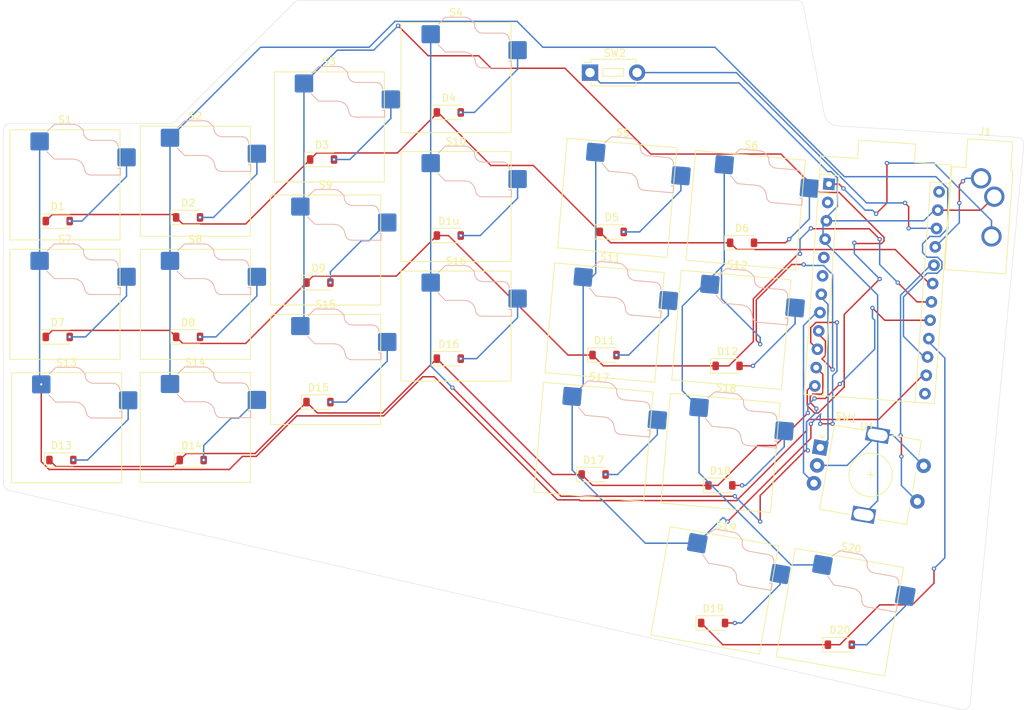
<source format=kicad_pcb>
(kicad_pcb (version 20241229) (generator "pcbnew") (generator_version "9.0")
  (layers (0 "F.Cu" signal) (2 "B.Cu" signal) (13 "F.Paste" user) (15 "B.Paste" user) (5 "F.SilkS" user "F.Silkscreen") (7 "B.SilkS" user "B.Silkscreen") (1 "F.Mask" user) (3 "B.Mask" user) (25 "Edge.Cuts" user))
  (net 0 "")
  (net 1 "0 Row")
  (net 2 "Net-(D1-A)")
  (net 3 "Net-(D2-A)")
  (net 4 "Net-(D3-A)")
  (net 5 "Net-(D4-A)")
  (net 6 "Net-(D5-A)")
  (net 7 "Net-(D6-A)")
  (net 8 "1 Row")
  (net 9 "Net-(D7-A)")
  (net 10 "Net-(D8-A)")
  (net 11 "Net-(D9-A)")
  (net 12 "Net-(D10-A)")
  (net 13 "Net-(D11-A)")
  (net 14 "Net-(D12-A)")
  (net 15 "Net-(D13-A)")
  (net 16 "2 Row")
  (net 17 "Net-(D14-A)")
  (net 18 "Net-(D15-A)")
  (net 19 "Net-(D16-A)")
  (net 20 "Net-(D17-A)")
  (net 21 "Net-(D18-A)")
  (net 22 "3 Row")
  (net 23 "Net-(D19-A)")
  (net 24 "Net-(D20-A)")
  (net 25 "0 Column")
  (net 26 "1 Column")
  (net 27 "2 Column")
  (net 28 "3 Column")
  (net 29 "4 Column")
  (net 30 "5 Column")
  (net 31 "GND")
  (net 32 "Net-(U1-5{slash}PC6)")
  (net 33 "Net-(U1-A3{slash}PF4)")
  (net 34 "Net-(U1-4{slash}PD4)")
  (net 35 "RST")
  (net 36 "VCC")
  (net 42 "Serial")
  (footprint "Diode_SMD:D_SOD-123" (layer "F.Cu") (at 230 82)
    (property "Reference" "D5")
    (property "Value" "~")
  )
  (footprint "Diode_SMD:D_SOD-123" (layer "F.Cu") (at 207.5 82.5)
    (property "Reference" "D10")
    (property "Value" "~")
  )
  (footprint "ScottoKeebs_Hotswap:Hotswap_Choc_V1" (layer "F.Cu") (at 246.520929 95.520643 -5)
    (property "Reference" "S12")
    (property "Value" "~")
  )
  (footprint "Diode_SMD:D_SOD-123" (layer "F.Cu") (at 153.5 96.5)
    (property "Reference" "D7")
    (property "Value" "~")
  )
  (footprint "Diode_SMD:D_SOD-123" (layer "F.Cu") (at 207.5 99.5)
    (property "Reference" "D16")
    (property "Value" "~")
  )
  (footprint "ScottoKeebs_Hotswap:Hotswap_Choc_V1" (layer "F.Cu") (at 261.5 134.5 -10)
    (property "Reference" "S20")
    (property "Value" "~")
  )
  (footprint "Diode_SMD:D_SOD-123" (layer "F.Cu") (at 190 72)
    (property "Reference" "D3")
    (property "Value" "~")
  )
  (footprint "Diode_SMD:D_SOD-123" (layer "F.Cu") (at 248 83.5)
    (property "Reference" "D6")
    (property "Value" "~")
  )
  (footprint "Diode_SMD:D_SOD-123" (layer "F.Cu") (at 189.5 105.5)
    (property "Reference" "D15")
    (property "Value" "~")
  )
  (footprint "ScottoKeebs_Hotswap:Hotswap_Choc_V1" (layer "F.Cu") (at 227.5 111 -5)
    (property "Reference" "S17")
    (property "Value" "~")
  )
  (footprint "ScottoKeebs_Hotswap:Hotswap_Choc_V1" (layer "F.Cu") (at 208.5 78.5)
    (property "Reference" "S10")
    (property "Value" "~")
  )
  (footprint "Diode_SMD:D_SOD-123" (layer "F.Cu") (at 229 99)
    (property "Reference" "D11")
    (property "Value" "~")
  )
  (footprint "Diode_SMD:D_SOD-123" (layer "F.Cu") (at 245 117)
    (property "Reference" "D18")
    (property "Value" "~")
  )
  (footprint "ScottoKeebs_Hotswap:Hotswap_Choc_V1" (layer "F.Cu") (at 230.756039 77.287206 -5)
    (property "Reference" "S5")
    (property "Value" "~")
  )
  (footprint "ScottoKeebs_Hotswap:Hotswap_Choc_V1" (layer "F.Cu") (at 154.5 75.5)
    (property "Reference" "S1")
    (property "Value" "~")
  )
  (footprint "Diode_SMD:D_SOD-123" (layer "F.Cu") (at 171.5 96.5)
    (property "Reference" "D8")
    (property "Value" "~")
  )
  (footprint "Diode_SMD:D_SOD-123" (layer "F.Cu") (at 172 113.5)
    (property "Reference" "D14")
    (property "Value" "~")
  )
  (footprint "ScottoKeebs_Hotswap:Hotswap_Choc_V1" (layer "F.Cu") (at 229.020929 94.520643 -5)
    (property "Reference" "S11")
    (property "Value" "~")
  )
  (footprint "ScottoKeebs_Hotswap:Hotswap_Choc_V1" (layer "F.Cu") (at 244.222637 131.5 -10)
    (property "Reference" "S19")
    (property "Value" "~")
  )
  (footprint "Arduino:Sparkfun_Pro_Micro" (layer "F.Cu") (at 273.253881 104.33359 176)
    (property "Reference" "U1")
    (property "Value" "Arduino_Pro_Micro")
  )
  (footprint "Diode_SMD:D_SOD-123" (layer "F.Cu") (at 154 113.5)
    (property "Reference" "D13")
    (property "Value" "~")
  )
  (footprint "ScottoKeebs_Hotswap:Hotswap_Choc_V1" (layer "F.Cu") (at 172.5 92)
    (property "Reference" "S8")
    (property "Value" "~")
  )
  (footprint "Diode_SMD:D_SOD-123" (layer "F.Cu") (at 261.5 139)
    (property "Reference" "D20")
    (property "Value" "~")
  )
  (footprint "ScottoKeebs_Hotswap:Hotswap_Choc_V1" (layer "F.Cu") (at 208.5 60.7)
    (property "Reference" "S4")
    (property "Value" "~")
  )
  (footprint "ScottoKeebs_Components:Button_MJTP1243" (layer "F.Cu") (at 227 60)
    (property "Reference" "SW2")
    (property "Value" "Switch")
  )
  (footprint "Diode_SMD:D_SOD-123" (layer "F.Cu") (at 171.5 80)
    (property "Reference" "D2")
    (property "Value" "~")
  )
  (footprint "ScottoKeebs_Hotswap:Hotswap_Choc_V1" (layer "F.Cu") (at 248.5 79 -5)
    (property "Reference" "S6")
    (property "Value" "~")
  )
  (footprint "Diode_SMD:D_SOD-123" (layer "F.Cu") (at 207.5 65.5)
    (property "Reference" "D4")
    (property "Value" "~")
  )
  (footprint "Diode_SMD:D_SOD-123" (layer "F.Cu") (at 227.5 115.5)
    (property "Reference" "D17")
    (property "Value" "~")
  )
  (footprint "Diode_SMD:D_SOD-123" (layer "F.Cu") (at 189.5 89)
    (property "Reference" "D9")
    (property "Value" "~")
  )
  (footprint "ScottoKeebs_Hotswap:Hotswap_Choc_V1" (layer "F.Cu") (at 154.725 109.05)
    (property "Reference" "S13")
    (property "Value" "~")
  )
  (footprint "Diode_SMD:D_SOD-123" (layer "F.Cu") (at 153.5 80.5)
    (property "Reference" "D1")
    (property "Value" "~")
  )
  (footprint "ScottoKeebs_Hotswap:Hotswap_Choc_V1" (layer "F.Cu") (at 190.5 101)
    (property "Reference" "S15")
    (property "Value" "~")
  )
  (footprint "ScottoKeebs_Hotswap:Hotswap_Choc_V1" (layer "F.Cu") (at 191 67.5)
    (property "Reference" "S3")
    (property "Value" "~")
  )
  (footprint "Connector_Audio:Jack_3.5mm_CUI_SJ1-3533NG_Horizontal_CircularHoles" (layer "F.Cu") (at 281 74.6 -4)
    (property "Reference" "J1")
    (property "Value" "AudioJack3")
  )
  (footprint "ScottoKeebs_Hotswap:Hotswap_Choc_V1" (layer "F.Cu") (at 190.5 84.5)
    (property "Reference" "S9")
    (property "Value" "~")
  )
  (footprint "Diode_SMD:D_SOD-123" (layer "F.Cu") (at 246 100.5)
    (property "Reference" "D12")
    (property "Value" "~")
  )
  (footprint "ScottoKeebs_Hotswap:Hotswap_Choc_V1" (layer "F.Cu") (at 154.5 92)
    (property "Reference" "S7")
    (property "Value" "~")
  )
  (footprint "Diode_SMD:D_SOD-123" (layer "F.Cu") (at 244 136)
    (property "Reference" "D19")
    (property "Value" "~")
  )
  (footprint "ScottoKeebs_Hotswap:Hotswap_Choc_V1" (layer "F.Cu") (at 172.5 109)
    (property "Reference" "S14")
    (property "Value" "~")
  )
  (footprint "ScottoKeebs_Hotswap:Hotswap_Choc_V1" (layer "F.Cu") (at 172.5 75)
    (property "Reference" "S2")
    (property "Value" "~")
  )
  (footprint "Rotary_Encoder:RotaryEncoder_Alps_EC11E-Switch_Vertical_H20mm" (layer "F.Cu") (at 258.794265 111.779031 -10)
    (property "Reference" "SW1")
    (property "Value" "RotaryEncoder_Switch_MP")
  )
  (footprint "ScottoKeebs_Hotswap:Hotswap_Choc_V1" (layer "F.Cu") (at 208.5 95)
    (property "Reference" "S16")
    (property "Value" "~")
  )
  (footprint "ScottoKeebs_Hotswap:Hotswap_Choc_V1" (layer "F.Cu") (at 245.020929 112.520643 -5)
    (property "Reference" "S18")
    (property "Value" "~")
  )
  (gr_arc (start 146.767348 117.683562) (mid 146.214936 117.330416) (end 146 116.711002) (stroke (width 0.05)) (layer "Edge.Cuts"))
  (gr_line (start 186.914214 50) (end 255.5 50) (stroke (width 0.05)) (layer "Edge.Cuts"))
  (gr_arc (start 255.5 50) (mid 256.207107 50.292893) (end 256.5 51) (stroke (width 0.05)) (layer "Edge.Cuts"))
  (gr_line (start 146.767348 117.683562) (end 278.27128 147.971037) (stroke (width 0.05)) (layer "Edge.Cuts"))
  (gr_line (start 147 67) (end 169.085786 67) (stroke (width 0.05)) (layer "Edge.Cuts"))
  (gr_line (start 286.901175 70.027782) (end 279.491129 147.092261) (stroke (width 0.05)) (layer "Edge.Cuts"))
  (gr_arc (start 285.969582 68.934109) (mid 286.667062 69.283614) (end 286.901175 70.027782) (stroke (width 0.05)) (layer "Edge.Cuts"))
  (gr_arc (start 146 68) (mid 146.292893 67.292893) (end 147 67) (stroke (width 0.05)) (layer "Edge.Cuts"))
  (gr_line (start 261.191812 67.349663) (end 285.969582 68.934109) (stroke (width 0.05)) (layer "Edge.Cuts"))
  (gr_arc (start 279.491129 147.092261) (mid 279.08025 147.807976) (end 278.27128 147.971037) (stroke (width 0.05)) (layer "Edge.Cuts"))
  (gr_line (start 169.792893 66.707107) (end 186.207107 50.292893) (stroke (width 0.05)) (layer "Edge.Cuts"))
  (gr_arc (start 261.191812 67.349663) (mid 259.998239 66.85526) (end 259.355988 65.734321) (stroke (width 0.05)) (layer "Edge.Cuts"))
  (gr_arc (start 186.207107 50.292893) (mid 186.531531 50.076125) (end 186.914214 50) (stroke (width 0.05)) (layer "Edge.Cuts"))
  (gr_line (start 256.5 51) (end 259.355988 65.734321) (stroke (width 0.05)) (layer "Edge.Cuts"))
  (gr_arc (start 169.792893 66.707107) (mid 169.46847 66.92388) (end 169.085786 67) (stroke (width 0.05)) (layer "Edge.Cuts"))
  (gr_line (start 146 116.711002) (end 146 68) (stroke (width 0.05)) (layer "Edge.Cuts"))
  (segment (start 200.401 71.099) (end 189.251 71.099) (width 0.2) (layer "F.Cu") (net 1))
  (segment (start 229.85 83.5) (end 228.35 82) (width 0.2) (layer "F.Cu") (net 1))
  (segment (start 152.751 79.599) (end 151.85 80.5) (width 0.2) (layer "F.Cu") (net 1))
  (segment (start 169.85 80) (end 169.449 79.599) (width 0.2) (layer "F.Cu") (net 1))
  (segment (start 269.150612 84.432812) (end 273.848514 89.130714) (width 0.2) (layer "F.Cu") (net 1))
  (segment (start 179.449 80.901) (end 170.751 80.901) (width 0.2) (layer "F.Cu") (net 1))
  (segment (start 213.324 72.824) (end 206 65.5) (width 0.2) (layer "F.Cu") (net 1))
  (segment (start 219.174 72.824) (end 213.324 72.824) (width 0.2) (layer "F.Cu") (net 1))
  (segment (start 246.35 83.5) (end 247.282812 84.432812) (width 0.2) (layer "F.Cu") (net 1))
  (segment (start 189.251 71.099) (end 188.35 72) (width 0.2) (layer "F.Cu") (net 1))
  (segment (start 170.751 80.901) (end 169.85 80) (width 0.2) (layer "F.Cu") (net 1))
  (segment (start 246.35 83.5) (end 229.85 83.5) (width 0.2) (layer "F.Cu") (net 1))
  (segment (start 247.282812 84.432812) (end 269.150612 84.432812) (width 0.2) (layer "F.Cu") (net 1))
  (segment (start 169.449 79.599) (end 152.751 79.599) (width 0.2) (layer "F.Cu") (net 1))
  (segment (start 228.35 82) (end 219.174 72.824) (width 0.2) (layer "F.Cu") (net 1))
  (segment (start 188.35 72) (end 179.449 80.901) (width 0.2) (layer "F.Cu") (net 1))
  (segment (start 206 65.5) (end 200.401 71.099) (width 0.2) (layer "F.Cu") (net 1))
  (via (at 155.15 80.5) (size 0.6) (drill 0.3) (layers "F.Cu" "B.Cu") (net 2))
  (segment (start 163 71.7) (end 163 74.339892) (width 0.2) (layer "B.Cu") (net 2))
  (segment (start 163 74.339892) (end 156.839892 80.5) (width 0.2) (layer "B.Cu") (net 2))
  (segment (start 156.839892 80.5) (end 155.15 80.5) (width 0.2) (layer "B.Cu") (net 2))
  (via (at 173.15 80) (size 0.6) (drill 0.3) (layers "F.Cu" "B.Cu") (net 3))
  (segment (start 175 80) (end 173.15 80) (width 0.2) (layer "B.Cu") (net 3))
  (segment (start 181 74) (end 175 80) (width 0.2) (layer "B.Cu") (net 3))
  (segment (start 181 71.2) (end 181 74) (width 0.2) (layer "B.Cu") (net 3))
  (via (at 191.65 72) (size 0.6) (drill 0.3) (layers "F.Cu" "B.Cu") (net 4))
  (segment (start 199.5 66.339892) (end 193.839892 72) (width 0.2) (layer "B.Cu") (net 4))
  (segment (start 193.839892 72) (end 191.65 72) (width 0.2) (layer "B.Cu") (net 4))
  (segment (start 199.5 63.7) (end 199.5 66.339892) (width 0.2) (layer "B.Cu") (net 4))
  (via (at 209.15 65.5) (size 0.6) (drill 0.3) (layers "F.Cu" "B.Cu") (net 5))
  (segment (start 217 56.9) (end 217 59.539892) (width 0.2) (layer "B.Cu") (net 5))
  (segment (start 217 59.539892) (end 211.039892 65.5) (width 0.2) (layer "B.Cu") (net 5))
  (segment (start 211.039892 65.5) (end 209.15 65.5) (width 0.2) (layer "B.Cu") (net 5))
  (via (at 231.65 82) (size 0.6) (drill 0.3) (layers "F.Cu" "B.Cu") (net 6))
  (segment (start 239.554886 76.286679) (end 233.841565 82) (width 0.2) (layer "B.Cu") (net 6))
  (segment (start 239.554886 74.24249) (end 239.554886 76.286679) (width 0.2) (layer "B.Cu") (net 6))
  (segment (start 233.841565 82) (end 231.65 82) (width 0.2) (layer "B.Cu") (net 6))
  (segment (start 254 83.5) (end 249.65 83.5) (width 0.2) (layer "F.Cu") (net 7))
  (segment (start 254.5 83) (end 254 83.5) (width 0.2) (layer "F.Cu") (net 7))
  (via (at 254.5 83) (size 0.6) (drill 0.3) (layers "F.Cu" "B.Cu") (net 7))
  (segment (start 257.298847 80.201153) (end 254.5 83) (width 0.2) (layer "B.Cu") (net 7))
  (segment (start 257.298847 75.955284) (end 257.298847 80.201153) (width 0.2) (layer "B.Cu") (net 7))
  (segment (start 257.5 81.5) (end 257.567186 81.567186) (width 0.2) (layer "F.Cu") (net 8))
  (segment (start 151.85 96.5) (end 152.751 95.599) (width 0.2) (layer "F.Cu") (net 8))
  (segment (start 188.751 88.099) (end 200.251 88.099) (width 0.2) (layer "F.Cu") (net 8))
  (segment (start 227.35 99) (end 228.85 100.5) (width 0.2) (layer "F.Cu") (net 8))
  (segment (start 244.35 100.5) (end 246.179288 100.5) (width 0.2) (layer "F.Cu") (net 8))
  (segment (start 168.949 95.599) (end 169.85 96.5) (width 0.2) (layer "F.Cu") (net 8))
  (segment (start 257.567186 81.567186) (end 265.567186 81.567186) (width 0.2) (layer "F.Cu") (net 8))
  (segment (start 169.85 96.5) (end 170.751 97.401) (width 0.2) (layer "F.Cu") (net 8))
  (segment (start 228.85 100.5) (end 244.35 100.5) (width 0.2) (layer "F.Cu") (net 8))
  (segment (start 249.556094 91.227717) (end 255.750999 85.032812) (width 0.2) (layer "F.Cu") (net 8))
  (segment (start 269.5 89) (end 272.164526 91.664526) (width 0.2) (layer "F.Cu") (net 8))
  (segment (start 272.164526 91.664526) (end 273.671332 91.664526) (width 0.2) (layer "F.Cu") (net 8))
  (segment (start 255.750999 85.032812) (end 256 85.032812) (width 0.2) (layer "F.Cu") (net 8))
  (segment (start 207.453065 82.5) (end 223.953065 99) (width 0.2) (layer "F.Cu") (net 8))
  (segment (start 179.449 97.401) (end 187.85 89) (width 0.2) (layer "F.Cu") (net 8))
  (segment (start 187.85 89) (end 188.751 88.099) (width 0.2) (layer "F.Cu") (net 8))
  (segment (start 200.251 88.099) (end 205.85 82.5) (width 0.2) (layer "F.Cu") (net 8))
  (segment (start 246.179288 100.5) (end 249.556094 97.123194) (width 0.2) (layer "F.Cu") (net 8))
  (segment (start 249.556094 97.123194) (end 249.556094 91.227717) (width 0.2) (layer "F.Cu") (net 8))
  (segment (start 152.751 95.599) (end 168.949 95.599) (width 0.2) (layer "F.Cu") (net 8))
  (segment (start 223.953065 99) (end 227.35 99) (width 0.2) (layer "F.Cu") (net 8))
  (segment (start 170.751 97.401) (end 179.449 97.401) (width 0.2) (layer "F.Cu") (net 8))
  (segment (start 205.85 82.5) (end 207.453065 82.5) (width 0.2) (layer "F.Cu") (net 8))
  (segment (start 265.567186 81.567186) (end 267 83) (width 0.2) (layer "F.Cu") (net 8))
  (via (at 269.5 89) (size 0.6) (drill 0.3) (layers "F.Cu" "B.Cu") (net 8))
  (via (at 267 83) (size 0.6) (drill 0.3) (layers "F.Cu" "B.Cu") (net 8))
  (via (at 256 85.032812) (size 0.6) (drill 0.3) (layers "F.Cu" "B.Cu") (net 8))
  (via (at 257.5 81.5) (size 0.6) (drill 0.3) (layers "F.Cu" "B.Cu") (net 8))
  (segment (start 256 83) (end 257.5 81.5) (width 0.2) (layer "B.Cu") (net 8))
  (segment (start 267 83) (end 267 86.5) (width 0.2) (layer "B.Cu") (net 8))
  (segment (start 267 86.5) (end 269.5 89) (width 0.2) (layer "B.Cu") (net 8))
  (segment (start 256 85.032812) (end 256 83) (width 0.2) (layer "B.Cu") (net 8))
  (via (at 155.15 96.5) (size 0.6) (drill 0.3) (layers "F.Cu" "B.Cu") (net 9))
  (segment (start 163 88.2) (end 163 90.839892) (width 0.2) (layer "B.Cu") (net 9))
  (segment (start 163 90.839892) (end 157.339892 96.5) (width 0.2) (layer "B.Cu") (net 9))
  (segment (start 157.339892 96.5) (end 155.15 96.5) (width 0.2) (layer "B.Cu") (net 9))
  (via (at 173.15 96.5) (size 0.6) (drill 0.3) (layers "F.Cu" "B.Cu") (net 10))
  (segment (start 175.339892 96.5) (end 173.15 96.5) (width 0.2) (layer "B.Cu") (net 10))
  (segment (start 181 88.2) (end 181 90.839892) (width 0.2) (layer "B.Cu") (net 10))
  (segment (start 181 90.839892) (end 175.339892 96.5) (width 0.2) (layer "B.Cu") (net 10))
  (via (at 191.15 89) (size 0.6) (drill 0.3) (layers "F.Cu" "B.Cu") (net 11))
  (segment (start 199 80.7) (end 196.501 83.199) (width 0.2) (layer "B.Cu") (net 11))
  (segment (start 195.461108 83.199) (end 191.15 87.510108) (width 0.2) (layer "B.Cu") (net 11))
  (segment (start 196.501 83.199) (end 195.461108 83.199) (width 0.2) (layer "B.Cu") (net 11))
  (segment (start 191.15 87.510108) (end 191.15 89) (width 0.2) (layer "B.Cu") (net 11))
  (via (at 209.15 82.5) (size 0.6) (drill 0.3) (layers "F.Cu" "B.Cu") (net 12))
  (segment (start 211.839892 82.5) (end 209.15 82.5) (width 0.2) (layer "B.Cu") (net 12))
  (segment (start 217 74.7) (end 217 77.339892) (width 0.2) (layer "B.Cu") (net 12))
  (segment (start 217 77.339892) (end 211.839892 82.5) (width 0.2) (layer "B.Cu") (net 12))
  (via (at 230.65 99) (size 0.6) (drill 0.3) (layers "F.Cu" "B.Cu") (net 13))
  (segment (start 232.339892 99) (end 230.65 99) (width 0.2) (layer "B.Cu") (net 13))
  (segment (start 237.819776 93.520116) (end 232.339892 99) (width 0.2) (layer "B.Cu") (net 13))
  (segment (start 237.819776 91.475927) (end 237.819776 93.520116) (width 0.2) (layer "B.Cu") (net 13))
  (segment (start 249.5 100.5) (end 247.65 100.5) (width 0.2) (layer "F.Cu") (net 14))
  (via (at 249.5 100.5) (size 0.6) (drill 0.3) (layers "F.Cu" "B.Cu") (net 14))
  (segment (start 255.319776 94.680224) (end 249.5 100.5) (width 0.2) (layer "B.Cu") (net 14))
  (segment (start 255.319776 92.475927) (end 255.319776 94.680224) (width 0.2) (layer "B.Cu") (net 14))
  (via (at 155.65 113.5) (size 0.6) (drill 0.3) (layers "F.Cu" "B.Cu") (net 15))
  (segment (start 157.614892 113.5) (end 155.65 113.5) (width 0.2) (layer "B.Cu") (net 15))
  (segment (start 163.225 107.889892) (end 157.614892 113.5) (width 0.2) (layer "B.Cu") (net 15))
  (segment (start 163.225 105.25) (end 163.225 107.889892) (width 0.2) (layer "B.Cu") (net 15))
  (segment (start 243.35 117) (end 227.35 117) (width 0.2) (layer "F.Cu") (net 16))
  (segment (start 180.751 112.599) (end 171.251 112.599) (width 0.2) (layer "F.Cu") (net 16))
  (segment (start 243.35 117) (end 244.660108 117) (width 0.2) (layer "F.Cu") (net 16))
  (segment (start 169.449 114.401) (end 153.251 114.401) (width 0.2) (layer "F.Cu") (net 16))
  (segment (start 187.85 105.5) (end 180.751 112.599) (width 0.2) (layer "F.Cu") (net 16))
  (segment (start 189.35 107) (end 187.85 105.5) (width 0.2) (layer "F.Cu") (net 16))
  (segment (start 225.85 115.5) (end 221.85 115.5) (width 0.2) (layer "F.Cu") (net 16))
  (segment (start 267.698339 94.198339) (end 273.494148 94.198339) (width 0.2) (layer "F.Cu") (net 16))
  (segment (start 244.660108 117) (end 250.160108 111.5) (width 0.2) (layer "F.Cu") (net 16))
  (segment (start 153.251 114.401) (end 152.35 113.5) (width 0.2) (layer "F.Cu") (net 16))
  (segment (start 170.35 113.5) (end 169.449 114.401) (width 0.2) (layer "F.Cu") (net 16))
  (segment (start 221.85 115.5) (end 205.85 99.5) (width 0.2) (layer "F.Cu") (net 16))
  (segment (start 198.35 107) (end 189.35 107) (width 0.2) (layer "F.Cu") (net 16))
  (segment (start 250.160108 111.5) (end 252.581548 111.5) (width 0.2) (layer "F.Cu") (net 16))
  (segment (start 266 92.5) (end 267.698339 94.198339) (width 0.2) (layer "F.Cu") (net 16))
  (segment (start 171.251 112.599) (end 170.35 113.5) (width 0.2) (layer "F.Cu") (net 16))
  (segment (start 259.5 105) (end 261.5 103) (width 0.2) (layer "F.Cu") (net 16))
  (segment (start 258 105) (end 259.5 105) (width 0.2) (layer "F.Cu") (net 16))
  (segment (start 205.85 99.5) (end 198.35 107) (width 0.2) (layer "F.Cu") (net 16))
  (segment (start 227.35 117) (end 225.85 115.5) (width 0.2) (layer "F.Cu") (net 16))
  (segment (start 252.581548 111.5) (end 257.081548 107) (width 0.2) (layer "F.Cu") (net 16))
  (via (at 266 92.5) (size 0.6) (drill 0.3) (layers "F.Cu" "B.Cu") (net 16))
  (via (at 257.081548 107) (size 0.6) (drill 0.3) (layers "F.Cu" "B.Cu") (net 16))
  (via (at 258 105) (size 0.6) (drill 0.3) (layers "F.Cu" "B.Cu") (net 16))
  (via (at 261.5 103) (size 0.6) (drill 0.3) (layers "F.Cu" "B.Cu") (net 16))
  (segment (start 257.081548 105.918452) (end 258 105) (width 0.2) (layer "B.Cu") (net 16))
  (segment (start 257.081548 107) (end 257.081548 105.918452) (width 0.2) (layer "B.Cu") (net 16))
  (segment (start 266 93.880707) (end 266 92.5) (width 0.2) (layer "B.Cu") (net 16))
  (segment (start 266.317632 94.198339) (end 266 93.880707) (width 0.2) (layer "B.Cu") (net 16))
  (segment (start 266.317632 98.182368) (end 266.317632 94.198339) (width 0.2) (layer "B.Cu") (net 16))
  (segment (start 261.5 103) (end 266.317632 98.182368) (width 0.2) (layer "B.Cu") (net 16))
  (via (at 173.65 113.5) (size 0.6) (drill 0.3) (layers "F.Cu" "B.Cu") (net 17))
  (segment (start 173.65 111.510108) (end 173.65 113.5) (width 0.2) (layer "B.Cu") (net 17))
  (segment (start 178.501 107.699) (end 177.461108 107.699) (width 0.2) (layer "B.Cu") (net 17))
  (segment (start 181 105.2) (end 178.501 107.699) (width 0.2) (layer "B.Cu") (net 17))
  (segment (start 177.461108 107.699) (end 173.65 111.510108) (width 0.2) (layer "B.Cu") (net 17))
  (via (at 191.15 105.5) (size 0.6) (drill 0.3) (layers "F.Cu" "B.Cu") (net 18))
  (segment (start 193.339892 105.5) (end 191.15 105.5) (width 0.2) (layer "B.Cu") (net 18))
  (segment (start 199 99.839892) (end 193.339892 105.5) (width 0.2) (layer "B.Cu") (net 18))
  (segment (start 199 97.2) (end 199 99.839892) (width 0.2) (layer "B.Cu") (net 18))
  (via (at 209.15 99.5) (size 0.6) (drill 0.3) (layers "F.Cu" "B.Cu") (net 19))
  (segment (start 211.339892 99.5) (end 209.15 99.5) (width 0.2) (layer "B.Cu") (net 19))
  (segment (start 217 93.839892) (end 211.339892 99.5) (width 0.2) (layer "B.Cu") (net 19))
  (segment (start 217 91.2) (end 217 93.839892) (width 0.2) (layer "B.Cu") (net 19))
  (via (at 229.15 115.5) (size 0.6) (drill 0.3) (layers "F.Cu" "B.Cu") (net 20))
  (segment (start 236.298847 107.955284) (end 236.298847 109.999473) (width 0.2) (layer "B.Cu") (net 20))
  (segment (start 236.298847 109.999473) (end 230.79832 115.5) (width 0.2) (layer "B.Cu") (net 20))
  (segment (start 230.79832 115.5) (end 229.15 115.5) (width 0.2) (layer "B.Cu") (net 20))
  (segment (start 248 117) (end 246.65 117) (width 0.2) (layer "F.Cu") (net 21))
  (via (at 248 117) (size 0.6) (drill 0.3) (layers "F.Cu" "B.Cu") (net 21))
  (segment (start 253.819776 111.680224) (end 248.5 117) (width 0.2) (layer "B.Cu") (net 21))
  (segment (start 248.5 117) (end 248 117) (width 0.2) (layer "B.Cu") (net 21))
  (segment (start 253.819776 109.475927) (end 253.819776 111.680224) (width 0.2) (layer "B.Cu") (net 21))
  (segment (start 245.35 139) (end 259.85 139) (width 0.2) (layer "F.Cu") (net 22))
  (segment (start 271.498029 133.501971) (end 266.998029 133.501971) (width 0.2) (layer "F.Cu") (net 22))
  (segment (start 274.5 130.5) (end 271.498029 133.501971) (width 0.2) (layer "F.Cu") (net 22))
  (segment (start 274.5 128.5) (end 274.5 130.5) (width 0.2) (layer "F.Cu") (net 22))
  (segment (start 261.5 139) (end 259.85 139) (width 0.2) (layer "F.Cu") (net 22))
  (segment (start 266.998029 133.501971) (end 261.5 139) (width 0.2) (layer "F.Cu") (net 22))
  (segment (start 242.35 136) (end 245.35 139) (width 0.2) (layer "F.Cu") (net 22))
  (via (at 274.5 128.5) (size 0.6) (drill 0.3) (layers "F.Cu" "B.Cu") (net 22))
  (segment (start 276 99.415184) (end 273.316968 96.732152) (width 0.2) (layer "B.Cu") (net 22))
  (segment (start 274.5 128.5) (end 276 127) (width 0.2) (layer "B.Cu") (net 22))
  (segment (start 276 127) (end 276 99.415184) (width 0.2) (layer "B.Cu") (net 22))
  (segment (start 247 136) (end 245.65 136) (width 0.2) (layer "F.Cu") (net 23))
  (via (at 247 136) (size 0.6) (drill 0.3) (layers "F.Cu" "B.Cu") (net 23))
  (segment (start 253.253366 129.23374) (end 253.253366 130.680671) (width 0.2) (layer "B.Cu") (net 23))
  (segment (start 253.253366 130.680671) (end 247.934037 136) (width 0.2) (layer "B.Cu") (net 23))
  (segment (start 247.934037 136) (end 247 136) (width 0.2) (layer "B.Cu") (net 23))
  (via (at 263.15 139) (size 0.6) (drill 0.3) (layers "F.Cu" "B.Cu") (net 24))
  (segment (start 270.530729 133.680671) (end 265.2114 139) (width 0.2) (layer "B.Cu") (net 24))
  (segment (start 270.530729 132.23374) (end 270.530729 133.680671) (width 0.2) (layer "B.Cu") (net 24))
  (segment (start 265.2114 139) (end 263.15 139) (width 0.2) (layer "B.Cu") (net 24))
  (segment (start 272.962606 101.799777) (end 266.863383 107.899) (width 0.2) (layer "F.Cu") (net 25))
  (segment (start 225.601 119.101) (end 225.5 119) (width 0.2) (layer "F.Cu") (net 25))
  (segment (start 205.5 102) (end 203.9171 102) (width 0.2) (layer "F.Cu") (net 25))
  (segment (start 266.863383 107.899) (end 257.251057 107.899) (width 0.2) (layer "F.Cu") (net 25))
  (segment (start 151.225 113.72511) (end 151.225 103.05) (width 0.2) (layer "F.Cu") (net 25))
  (segment (start 247.248943 119.101) (end 225.601 119.101) (width 0.2) (layer "F.Cu") (net 25))
  (segment (start 257.251057 107.899) (end 256.899 108.251057) (width 0.2) (layer "F.Cu") (net 25))
  (segment (start 198.5161 107.401) (end 186.5161 107.401) (width 0.2) (layer "F.Cu") (net 25))
  (segment (start 186.5161 107.401) (end 180.9171 113) (width 0.2) (layer "F.Cu") (net 25))
  (segment (start 256.899 109.450943) (end 247.248943 119.101) (width 0.2) (layer "F.Cu") (net 25))
  (segment (start 180.9171 113) (end 179 113) (width 0.2) (layer "F.Cu") (net 25))
  (segment (start 179 113) (end 177.198 114.802) (width 0.2) (layer "F.Cu") (net 25))
  (segment (start 256.899 108.251057) (end 256.899 109.450943) (width 0.2) (layer "F.Cu") (net 25))
  (segment (start 177.198 114.802) (end 152.30189 114.802) (width 0.2) (layer "F.Cu") (net 25))
  (segment (start 225.5 119) (end 222.5 119) (width 0.2) (layer "F.Cu") (net 25))
  (segment (start 203.9171 102) (end 198.5161 107.401) (width 0.2) (layer "F.Cu") (net 25))
  (segment (start 152.30189 114.802) (end 151.225 113.72511) (width 0.2) (layer "F.Cu") (net 25))
  (segment (start 222.5 119) (end 205.5 102) (width 0.2) (layer "F.Cu") (net 25))
  (via (at 151.225 103.05) (size 0.6) (drill 0.3) (layers "F.Cu" "B.Cu") (net 25))
  (segment (start 151 69.5) (end 151 102.825) (width 0.2) (layer "B.Cu") (net 25))
  (segment (start 151 102.825) (end 151.225 103.05) (width 0.2) (layer "B.Cu") (net 25))
  (segment (start 276.399 76.002082) (end 275.948459 75.551541) (width 0.2) (layer "B.Cu") (net 26))
  (segment (start 273.139786 99.265965) (end 270.285205 96.411384) (width 0.2) (layer "B.Cu") (net 26))
  (segment (start 276.399 81.535839) (end 276.399 76.002082) (width 0.2) (layer "B.Cu") (net 26))
  (segment (start 262.128709 74.371291) (end 244.257418 56.5) (width 0.2) (layer "B.Cu") (net 26))
  (segment (start 275.304563 82.630276) (end 276.399 81.535839) (width 0.2) (layer "B.Cu") (net 26))
  (segment (start 200.076 52.924) (end 196.5 56.5) (width 0.2) (layer "B.Cu") (net 26))
  (segment (start 274.768209 74.371291) (end 262.128709 74.371291) (width 0.2) (layer "B.Cu") (net 26))
  (segment (start 276.23642 75.839501) (end 275.948459 75.551541) (width 0.2) (layer "B.Cu") (net 26))
  (segment (start 275.595151 87.052951) (end 275.595151 86.095151) (width 0.2) (layer "B.Cu") (net 26))
  (segment (start 275.595151 86.095151) (end 274.995901 85.495901) (width 0.2) (layer "B.Cu") (net 26))
  (segment (start 272.924694 83.629588) (end 273.924006 82.630276) (width 0.2) (layer "B.Cu") (net 26))
  (segment (start 273.569644 85.495901) (end 272.924694 84.850951) (width 0.2) (layer "B.Cu") (net 26))
  (segment (start 244.257418 56.5) (end 220.5 56.5) (width 0.2) (layer "B.Cu") (net 26))
  (segment (start 181.5 56.5) (end 169 69) (width 0.2) (layer "B.Cu") (net 26))
  (segment (start 273.569644 87.697901) (end 274.950201 87.697901) (width 0.2) (layer "B.Cu") (net 26))
  (segment (start 220.5 56.5) (end 216.924 52.924) (width 0.2) (layer "B.Cu") (net 26))
  (segment (start 272.924694 84.850951) (end 272.924694 83.629588) (width 0.2) (layer "B.Cu") (net 26))
  (segment (start 275.948459 75.551541) (end 274.768209 74.371291) (width 0.2) (layer "B.Cu") (net 26))
  (segment (start 270.285205 90.98234) (end 273.569644 87.697901) (width 0.2) (layer "B.Cu") (net 26))
  (segment (start 216.924 52.924) (end 200.076 52.924) (width 0.2) (layer "B.Cu") (net 26))
  (segment (start 273.924006 82.630276) (end 275.304563 82.630276) (width 0.2) (layer "B.Cu") (net 26))
  (segment (start 169 69) (end 169 103) (width 0.2) (layer "B.Cu") (net 26))
  (segment (start 196.5 56.5) (end 181.5 56.5) (width 0.2) (layer "B.Cu") (net 26))
  (segment (start 274.995901 85.495901) (end 273.569644 85.495901) (width 0.2) (layer "B.Cu") (net 26))
  (segment (start 270.285205 96.411384) (end 270.285205 90.98234) (width 0.2) (layer "B.Cu") (net 26))
  (segment (start 274.950201 87.697901) (end 275.595151 87.052951) (width 0.2) (layer "B.Cu") (net 26))
  (segment (start 235.394451 71.246451) (end 253.357652 71.246451) (width 0.2) (layer "F.Cu") (net 27))
  (segment (start 267.601 83.248943) (end 267.248943 83.601) (width 0.2) (layer "F.Cu") (net 27))
  (segment (start 211.624 57.677065) (end 213.345935 59.399) (width 0.2) (layer "F.Cu") (net 27))
  (segment (start 258.509672 107.013202) (end 258.011786 107.013202) (width 0.2) (layer "F.Cu") (net 27))
  (segment (start 262.101 103.421874) (end 258.509672 107.013202) (width 0.2) (layer "F.Cu") (net 27))
  (segment (start 256.998 105.999416) (end 256.998 103.855048) (width 0.2) (layer "F.Cu") (net 27))
  (segment (start 223.547 59.399) (end 235.394451 71.246451) (width 0.2) (layer "F.Cu") (net 27))
  (segment (start 267.601 82.751057) (end 267.601 83.248943) (width 0.2) (layer "F.Cu") (net 27))
  (segment (start 267.248943 83.601) (end 263.601 83.601) (width 0.2) (layer "F.Cu") (net 27))
  (segment (start 256.998 103.855048) (end 257.582548 103.2705) (width 0.2) (layer "F.Cu") (net 27))
  (segment (start 253.357652 71.246451) (end 258.664619 76.553418) (width 0.2) (layer "F.Cu") (net 27))
  (segment (start 261.403361 76.553418) (end 267.601 82.751057) (width 0.2) (layer "F.Cu") (net 27))
  (segment (start 263.601 83.601) (end 263.5 83.5) (width 0.2) (layer "F.Cu") (net 27))
  (segment (start 213.345935 59.399) (end 223.547 59.399) (width 0.2) (layer "F.Cu") (net 27))
  (segment (start 200.5 53.524) (end 204.653065 57.677065) (width 0.2) (layer "F.Cu") (net 27))
  (segment (start 262.101 93.399) (end 262.101 103.421874) (width 0.2) (layer "F.Cu") (net 27))
  (segment (start 258.664619 76.553418) (end 261.403361 76.553418) (width 0.2) (layer "F.Cu") (net 27))
  (segment (start 204.653065 57.677065) (end 211.624 57.677065) (width 0.2) (layer "F.Cu") (net 27))
  (segment (start 267 88.5) (end 262.101 93.399) (width 0.2) (layer "F.Cu") (net 27))
  (segment (start 258.011786 107.013202) (end 256.998 105.999416) (width 0.2) (layer "F.Cu") (net 27))
  (via (at 267 88.5) (size 0.6) (drill 0.3) (layers "F.Cu" "B.Cu") (net 27))
  (via (at 200.5 53.524) (size 0.6) (drill 0.3) (layers "F.Cu" "B.Cu") (net 27))
  (via (at 263.5 83.5) (size 0.6) (drill 0.3) (layers "F.Cu" "B.Cu") (net 27))
  (segment (start 263.5 85) (end 267 88.5) (width 0.2) (layer "B.Cu") (net 27))
  (segment (start 187.5 61.5) (end 192.099 56.901) (width 0.2) (layer "B.Cu") (net 27))
  (segment (start 197.123 56.901) (end 200.5 53.524) (width 0.2) (layer "B.Cu") (net 27))
  (segment (start 263.5 83.5) (end 263.5 85) (width 0.2) (layer "B.Cu") (net 27))
  (segment (start 187.5 94.5) (end 187 95) (width 0.2) (layer "B.Cu") (net 27))
  (segment (start 187.5 61.5) (end 187.5 94.5) (width 0.2) (layer "B.Cu") (net 27))
  (segment (start 192.099 56.901) (end 197.123 56.901) (width 0.2) (layer "B.Cu") (net 27))
  (segment (start 257.081548 112.174265) (end 256.733018 112.174265) (width 0.2) (layer "F.Cu") (net 28))
  (segment (start 259.152005 104.197938) (end 258.950943 104.399) (width 0.2) (layer "F.Cu") (net 28))
  (segment (start 223 118.5) (end 208 103.5) (width 0.2) (layer "F.Cu") (net 28))
  (segment (start 257.399 104.751057) (end 257.399 105.550473) (width 0.2) (layer "F.Cu") (net 28))
  (segment (start 257.399 105.550473) (end 258.260729 106.412202) (width 0.2) (layer "F.Cu") (net 28))
  (segment (start 258.228186 100.736689) (end 259.152005 101.660508) (width 0.2) (layer "F.Cu") (net 28))
  (segment (start 247 118.5) (end 223 118.5) (width 0.2) (layer "F.Cu") (net 28))
  (segment (start 256.733018 112.174265) (end 250.5 118.407283) (width 0.2) (layer "F.Cu") (net 28))
  (segment (start 257.751057 104.399) (end 257.399 104.751057) (width 0.2) (layer "F.Cu") (net 28))
  (segment (start 259.152005 101.660508) (end 259.152005 104.197938) (width 0.2) (layer "F.Cu") (net 28))
  (segment (start 250.5 118.407283) (end 250.5 122) (width 0.2) (layer "F.Cu") (net 28))
  (segment (start 258.950943 104.399) (end 257.751057 104.399) (width 0.2) (layer "F.Cu") (net 28))
  (via (at 247 118.5) (size 0.6) (drill 0.3) (layers "F.Cu" "B.Cu") (net 28))
  (via (at 250.5 122) (size 0.6) (drill 0.3) (layers "F.Cu" "B.Cu") (net 28))
  (via (at 258.260729 106.412202) (size 0.6) (drill 0.3) (layers "F.Cu" "B.Cu") (net 28))
  (via (at 208 103.5) (size 0.6) (drill 0.3) (layers "F.Cu" "B.Cu") (net 28))
  (via (at 257.081548 112.174265) (size 0.6) (drill 0.3) (layers "F.Cu" "B.Cu") (net 28))
  (segment (start 258.260729 106.412202) (end 258.260729 106.889328) (width 0.2) (layer "B.Cu") (net 28))
  (segment (start 208 103.5) (end 205 100.5) (width 0.2) (layer "B.Cu") (net 28))
  (segment (start 256.899 108.251057) (end 256.899 111.991717) (width 0.2) (layer "B.Cu") (net 28))
  (segment (start 250.5 122) (end 247 118.5) (width 0.2) (layer "B.Cu") (net 28))
  (segment (start 256.899 111.991717) (end 257.081548 112.174265) (width 0.2) (layer "B.Cu") (net 28))
  (segment (start 205 54.7) (end 205 89) (width 0.2) (layer "B.Cu") (net 28))
  (segment (start 205 100.5) (end 205 89) (width 0.2) (layer "B.Cu") (net 28))
  (segment (start 258.260729 106.889328) (end 256.899 108.251057) (width 0.2) (layer "B.Cu") (net 28))
  (segment (start 258.194561 94.5) (end 257.481548 95.213013) (width 0.2) (layer "F.Cu") (net 29))
  (segment (start 246 122) (end 257.5 110.5) (width 0.2) (layer "F.Cu") (net 29))
  (segment (start 258.792274 108.5) (end 260.5 108.5) (width 0.2) (layer "F.Cu") (net 29))
  (segment (start 257.5 110.5) (end 257.5 108.5) (width 0.2) (layer "F.Cu") (net 29))
  (segment (start 257.481548 97.279057) (end 258.405367 98.202876) (width 0.2) (layer "F.Cu") (net 29))
  (segment (start 257.481548 95.213013) (end 257.481548 97.279057) (width 0.2) (layer "F.Cu") (net 29))
  (segment (start 261.1 94.5) (end 258.194561 94.5) (width 0.2) (layer "F.Cu") (net 29))
  (via (at 258.792274 108.5) (size 0.6) (drill 0.3) (layers "F.Cu" "B.Cu") (net 29))
  (via (at 246 122) (size 0.6) (drill 0.3) (layers "F.Cu" "B.Cu") (net 29))
  (via (at 261.1 94.5) (size 0.6) (drill 0.3) (layers "F.Cu" "B.Cu") (net 29))
  (via (at 260.5 108.5) (size 0.6) (drill 0.3) (layers "F.Cu" "B.Cu") (net 29))
  (via (at 257.5 108.5) (size 0.6) (drill 0.3) (layers "F.Cu" "B.Cu") (net 29))
  (segment (start 257.5 108.5) (end 258.860729 107.139271) (width 0.2) (layer "B.Cu") (net 29))
  (segment (start 241.817699 124.983385) (end 234.643779 124.983385) (width 0.2) (layer "B.Cu") (net 29))
  (segment (start 234.643779 124.983385) (end 224.536253 114.875859) (width 0.2) (layer "B.Cu") (net 29))
  (segment (start 227.792292 87.707708) (end 227.26157 88.23843) (width 0.2) (layer "B.Cu") (net 29))
  (segment (start 258.860729 107.139271) (end 258.792274 107.207726) (width 0.2) (layer "B.Cu") (net 29))
  (segment (start 258.792274 107.207726) (end 258.792274 108.5) (width 0.2) (layer "B.Cu") (net 29))
  (segment (start 245.301084 121.5) (end 245.5 121.5) (width 0.2) (layer "B.Cu") (net 29))
  (segment (start 241.817699 124.983385) (end 245.301084 121.5) (width 0.2) (layer "B.Cu") (net 29))
  (segment (start 226.057182 88.23843) (end 226.057182 103.196858) (width 0.2) (layer "B.Cu") (net 29))
  (segment (start 260.5 101.849943) (end 261.1 101.249943) (width 0.2) (layer "B.Cu") (net 29))
  (segment (start 227.26157 88.23843) (end 226.057182 88.23843) (width 0.2) (layer "B.Cu") (net 29))
  (segment (start 226.057182 103.196858) (end 224.536253 104.717787) (width 0.2) (layer "B.Cu") (net 29))
  (segment (start 245.5 121.5) (end 246 122) (width 0.2) (layer "B.Cu") (net 29))
  (segment (start 260.5 108.5) (end 260.5 101.849943) (width 0.2) (layer "B.Cu") (net 29))
  (segment (start 227.792292 71.004993) (end 227.792292 87.707708) (width 0.2) (layer "B.Cu") (net 29))
  (segment (start 261.1 101.249943) (end 261.1 94.5) (width 0.2) (layer "B.Cu") (net 29))
  (segment (start 224.536253 114.875859) (end 224.536253 104.717787) (width 0.2) (layer "B.Cu") (net 29))
  (segment (start 254.850911 86.5) (end 256.5 86.5) (width 0.2) (layer "F.Cu") (net 30))
  (segment (start 249.957094 91.393817) (end 254.850911 86.5) (width 0.2) (layer "F.Cu") (net 30))
  (segment (start 259.506367 99.069453) (end 259.506367 97.061339) (width 0.2) (layer "F.Cu") (net 30))
  (segment (start 250.5 97.5) (end 249.957094 96.957094) (width 0.2) (layer "F.Cu") (net 30))
  (segment (start 249.957094 96.957094) (end 249.957094 91.393817) (width 0.2) (layer "F.Cu") (net 30))
  (segment (start 259.03791 99.53791) (end 259.506367 99.069453) (width 0.2) (layer "F.Cu") (net 30))
  (segment (start 259.506367 97.061339) (end 258.114091 95.669063) (width 0.2) (layer "F.Cu") (net 30))
  (segment (start 260.5 101) (end 259.03791 99.53791) (width 0.2) (layer "F.Cu") (net 30))
  (via (at 260.5 101) (size 0.6) (drill 0.3) (layers "F.Cu" "B.Cu") (net 30))
  (via (at 256.5 86.5) (size 0.6) (drill 0.3) (layers "F.Cu" "B.Cu") (net 30))
  (via (at 250.5 97.5) (size 0.6) (drill 0.3) (layers "F.Cu" "B.Cu") (net 30))
  (segment (start 250.5 96.563807) (end 250.5 97.5) (width 0.2) (layer "B.Cu") (net 30))
  (segment (start 242.057182 106.23843) (end 242.057182 115.266979) (width 0.2) (layer "B.Cu") (net 30))
  (segment (start 245.536253 86.463747) (end 245.159148 86.840852) (width 0.2) (layer "B.Cu") (net 30))
  (segment (start 242.057182 115.266979) (end 254.773588 127.983385) (width 0.2) (layer "B.Cu") (net 30))
  (segment (start 256.5 86.5) (end 256.634812 86.634812) (width 0.2) (layer "B.Cu") (net 30))
  (segment (start 260.5 87.89648) (end 260.5 101) (width 0.2) (layer "B.Cu") (net 30))
  (segment (start 259.238332 86.634812) (end 260.5 87.89648) (width 0.2) (layer "B.Cu") (net 30))
  (segment (start 254.773588 127.983385) (end 259.095062 127.983385) (width 0.2) (layer "B.Cu") (net 30))
  (segment (start 256.634812 86.634812) (end 259.238332 86.634812) (width 0.2) (layer "B.Cu") (net 30))
  (segment (start 245.536253 86.463747) (end 239.740858 92.259142) (width 0.2) (layer "B.Cu") (net 30))
  (segment (start 245.536253 72.717787) (end 245.536253 86.463747) (width 0.2) (layer "B.Cu") (net 30))
  (segment (start 239.740858 103.922106) (end 242.057182 106.23843) (width 0.2) (layer "B.Cu") (net 30))
  (segment (start 239.740858 92.259142) (end 239.740858 103.922106) (width 0.2) (layer "B.Cu") (net 30))
  (segment (start 245.159148 91.222955) (end 250.5 96.563807) (width 0.2) (layer "B.Cu") (net 30))
  (segment (start 245.159148 86.840852) (end 245.159148 91.222955) (width 0.2) (layer "B.Cu") (net 30))
  (segment (start 280.965917 78.995463) (end 275.025695 78.995463) (width 0.2) (layer "F.Cu") (net 31))
  (segment (start 282.827713 77.133667) (end 280.965917 78.995463) (width 0.2) (layer "F.Cu") (net 31))
  (segment (start 261.154856 78.488511) (end 261.154856 74.531638) (width 0.2) (layer "B.Cu") (net 31))
  (segment (start 262.50607 114.24105) (end 266.718632 110.028488) (width 0.2) (layer "B.Cu") (net 31))
  (segment (start 261.154856 74.531638) (end 260.295838 73.67262) (width 0.2) (layer "B.Cu") (net 31))
  (segment (start 266.718632 90.718632) (end 266.718632 110.028488) (width 0.2) (layer "B.Cu") (net 31))
  (segment (start 259.177181 80.466186) (end 261.154856 78.488511) (width 0.2) (layer "B.Cu") (net 31))
  (segment (start 259.82738 73.67262) (end 247.580761 61.426) (width 0.2) (layer "B.Cu") (net 31))
  (segment (start 264.773773 121.058335) (end 266.718632 119.113476) (width 0.2) (layer "B.Cu") (net 31))
  (segment (start 259 83) (end 266.718632 90.718632) (width 0.2) (layer "B.Cu") (net 31))
  (segment (start 247.580761 61.426) (end 228.426 61.426) (width 0.2) (layer "B.Cu") (net 31))
  (segment (start 259.177181 80.466186) (end 273.086515 80.466186) (width 0.2) (layer "B.Cu") (net 31))
  (segment (start 268.805535 110.028488) (end 266.718632 110.028488) (width 0.2) (layer "B.Cu") (net 31))
  (segment (start 258.360145 114.24105) (end 262.50607 114.24105) (width 0.2) (layer "B.Cu") (net 31))
  (segment (start 266.718632 119.113476) (end 266.718632 110.028488) (width 0.2) (layer "B.Cu") (net 31))
  (segment (start 259.177181 82.822819) (end 259 83) (width 0.2) (layer "B.Cu") (net 31))
  (segment (start 273.073977 114.29693) (end 268.805535 110.028488) (width 0.2) (layer "B.Cu") (net 31))
  (segment (start 259.177181 80.466186) (end 259.177181 82.822819) (width 0.2) (layer "B.Cu") (net 31))
  (segment (start 228.426 61.426) (end 227 60) (width 0.2) (layer "B.Cu") (net 31))
  (segment (start 273.086515 80.466186) (end 274.557238 78.995463) (width 0.2) (layer "B.Cu") (net 31))
  (segment (start 260.295838 73.67262) (end 259.82738 73.67262) (width 0.2) (layer "B.Cu") (net 31))
  (segment (start 257.926024 116.70307) (end 256.481548 115.258594) (width 0.2) (layer "B.Cu") (net 32))
  (segment (start 256.481548 115.258594) (end 256.481548 94.944977) (width 0.2) (layer "B.Cu") (net 32))
  (segment (start 256.481548 94.944977) (end 258.291274 93.135251) (width 0.2) (layer "B.Cu") (net 32))
  (segment (start 270 110.23159) (end 269.884205 110.115795) (width 0.2) (layer "F.Cu") (net 33))
  (segment (start 270 113) (end 270 110.23159) (width 0.2) (layer "F.Cu") (net 33))
  (via (at 269.884205 110.115795) (size 0.6) (drill 0.3) (layers "F.Cu" "B.Cu") (net 33))
  (via (at 270 113) (size 0.6) (drill 0.3) (layers "F.Cu" "B.Cu") (net 33))
  (segment (start 269.884205 110.115795) (end 269.884205 90.73839) (width 0.2) (layer "B.Cu") (net 33))
  (segment (start 270 117.015231) (end 270 113) (width 0.2) (layer "B.Cu") (net 33))
  (segment (start 272.205737 119.220968) (end 270 117.015231) (width 0.2) (layer "B.Cu") (net 33))
  (segment (start 269.884205 90.73839) (end 274.025694 86.596901) (width 0.2) (layer "B.Cu") (net 33))
  (segment (start 259.860731 91.993714) (end 259.860731 110.712565) (width 0.2) (layer "B.Cu") (net 34))
  (segment (start 259.860731 110.712565) (end 258.794265 111.779031) (width 0.2) (layer "B.Cu") (net 34))
  (segment (start 258.468456 90.601439) (end 259.860731 91.993714) (width 0.2) (layer "B.Cu") (net 34))
  (segment (start 271 78.5) (end 270.5 78) (width 0.2) (layer "F.Cu") (net 35))
  (segment (start 271 81.5) (end 271 78.5) (width 0.2) (layer "F.Cu") (net 35))
  (via (at 271 81.5) (size 0.6) (drill 0.3) (layers "F.Cu" "B.Cu") (net 35))
  (via (at 270.5 78) (size 0.6) (drill 0.3) (layers "F.Cu" "B.Cu") (net 35))
  (segment (start 274.409332 81.5) (end 271 81.5) (width 0.2) (layer "B.Cu") (net 35))
  (segment (start 247.190318 60) (end 233.5 60) (width 0.2) (layer "B.Cu") (net 35))
  (segment (start 270.5 78) (end 265.190318 78) (width 0.2) (layer "B.Cu") (net 35))
  (segment (start 265.190318 78) (end 247.190318 60) (width 0.2) (layer "B.Cu") (net 35))
  (segment (start 278 75.5) (end 278 78) (width 0.2) (layer "F.Cu") (net 36))
  (segment (start 278.5 75) (end 278 75.5) (width 0.2) (layer "F.Cu") (net 36))
  (via (at 278 78) (size 0.6) (drill 0.3) (layers "F.Cu" "B.Cu") (net 36))
  (via (at 278.5 75) (size 0.6) (drill 0.3) (layers "F.Cu" "B.Cu") (net 36))
  (segment (start 274.250032 84.015932) (end 274.202876 84.063088) (width 0.2) (layer "B.Cu") (net 36))
  (segment (start 281 74.6) (end 278.9 74.6) (width 0.2) (layer "B.Cu") (net 36))
  (segment (start 278 78) (end 278 80.734421) (width 0.2) (layer "B.Cu") (net 36))
  (segment (start 278 80.734421) (end 274.671333 84.063088) (width 0.2) (layer "B.Cu") (net 36))
  (segment (start 278.9 74.6) (end 278.5 75) (width 0.2) (layer "B.Cu") (net 36))
  (segment (start 262 76) (end 261.398562 75.398562) (width 0.2) (layer "F.Cu") (net 42))
  (segment (start 282.37973 82.62027) (end 282 83) (width 0.2) (layer "F.Cu") (net 42))
  (segment (start 282.444051 82.62027) (end 282.37973 82.62027) (width 0.2) (layer "F.Cu") (net 42))
  (segment (start 261.398562 75.398562) (end 260 75.398562) (width 0.2) (layer "F.Cu") (net 42))
  (segment (start 268 78) (end 266.5 79.5) (width 0.2) (layer "F.Cu") (net 42))
  (segment (start 268 72.5) (end 268 78) (width 0.2) (layer "F.Cu") (net 42))
  (via (at 262 76) (size 0.6) (drill 0.3) (layers "F.Cu" "B.Cu") (net 42))
  (via (at 268 72.5) (size 0.6) (drill 0.3) (layers "F.Cu" "B.Cu") (net 42))
  (via (at 266.5 79.5) (size 0.6) (drill 0.3) (layers "F.Cu" "B.Cu") (net 42))
  (segment (start 282.444051 80.444051) (end 274.5 72.5) (width 0.2) (layer "B.Cu") (net 42))
  (segment (start 266 79) (end 265 79) (width 0.2) (layer "B.Cu") (net 42))
  (segment (start 274.5 72.5) (end 268 72.5) (width 0.2) (layer "B.Cu") (net 42))
  (segment (start 266.5 79.5) (end 266 79) (width 0.2) (layer "B.Cu") (net 42))
  (segment (start 265 79) (end 262 76) (width 0.2) (layer "B.Cu") (net 42))
  (segment (start 282.444051 82.62027) (end 282.444051 80.444051) (width 0.2) (layer "B.Cu") (net 42))
)
</source>
